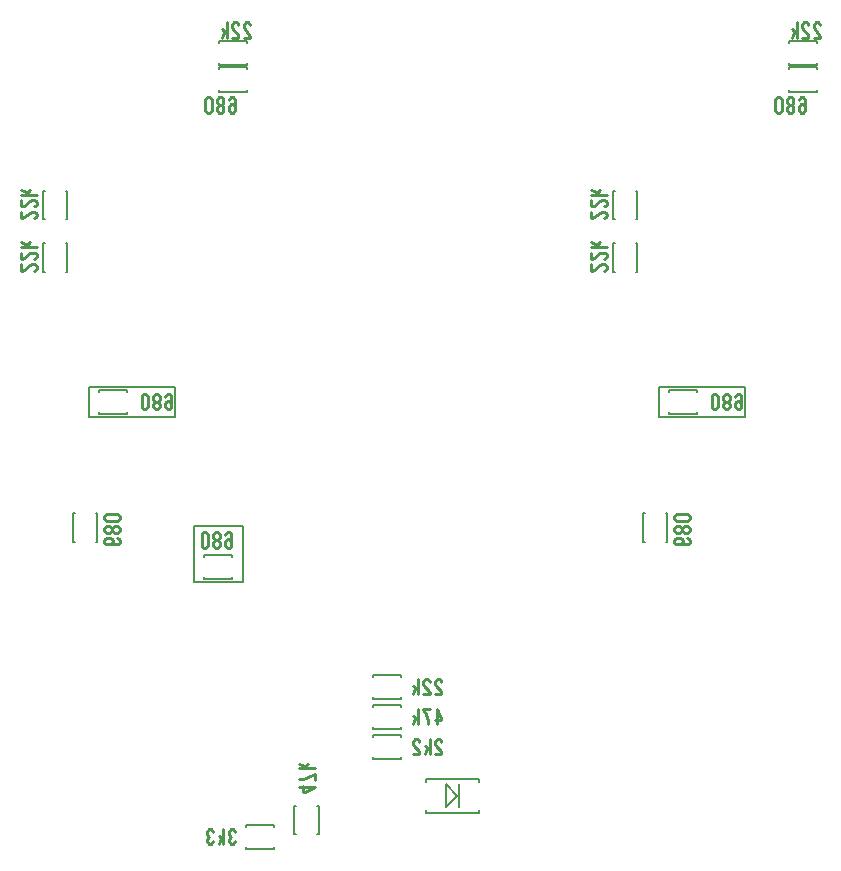
<source format=gbr>
%FSLAX34Y34*%
%MOMM*%
%LNSILK_BOTTOM*%
G71*
G01*
%ADD10C, 0.24*%
%ADD11C, 0.20*%
%LPD*%
G54D10*
X15875Y-178817D02*
X15875Y-184150D01*
X16708Y-184150D01*
X18375Y-183483D01*
X23375Y-179483D01*
X25042Y-178817D01*
X26708Y-178817D01*
X28375Y-179483D01*
X29208Y-180817D01*
X29208Y-182150D01*
X28375Y-183483D01*
X26708Y-184150D01*
G54D10*
X15875Y-168817D02*
X15875Y-174150D01*
X16708Y-174150D01*
X18375Y-173483D01*
X23375Y-169483D01*
X25042Y-168817D01*
X26708Y-168817D01*
X28375Y-169483D01*
X29208Y-170817D01*
X29208Y-172150D01*
X28375Y-173483D01*
X26708Y-174150D01*
G54D10*
X15875Y-164150D02*
X29208Y-164150D01*
G54D10*
X20875Y-162150D02*
X15875Y-160150D01*
G54D10*
X19208Y-164150D02*
X23375Y-160150D01*
G54D10*
X204217Y-31750D02*
X209550Y-31750D01*
X209550Y-30917D01*
X208883Y-29250D01*
X204883Y-24250D01*
X204217Y-22583D01*
X204217Y-20917D01*
X204883Y-19250D01*
X206217Y-18417D01*
X207550Y-18417D01*
X208883Y-19250D01*
X209550Y-20917D01*
G54D10*
X194217Y-31750D02*
X199550Y-31750D01*
X199550Y-30917D01*
X198883Y-29250D01*
X194883Y-24250D01*
X194217Y-22583D01*
X194217Y-20917D01*
X194883Y-19250D01*
X196217Y-18417D01*
X197550Y-18417D01*
X198883Y-19250D01*
X199550Y-20917D01*
G54D10*
X189550Y-31750D02*
X189550Y-18417D01*
G54D10*
X187550Y-26750D02*
X185550Y-31750D01*
G54D10*
X189550Y-28417D02*
X185550Y-24250D01*
G54D10*
X191517Y-84417D02*
X192183Y-82750D01*
X193517Y-81917D01*
X194850Y-81917D01*
X196183Y-82750D01*
X196850Y-84417D01*
X196850Y-88583D01*
X196850Y-89417D01*
X194850Y-87750D01*
X193517Y-87750D01*
X192183Y-88583D01*
X191517Y-90250D01*
X191517Y-92750D01*
X192183Y-94417D01*
X193517Y-95250D01*
X194850Y-95250D01*
X196183Y-94417D01*
X196850Y-92750D01*
X196850Y-88583D01*
G54D10*
X183517Y-88583D02*
X184850Y-88583D01*
X186183Y-87750D01*
X186850Y-86083D01*
X186850Y-84417D01*
X186183Y-82750D01*
X184850Y-81917D01*
X183517Y-81917D01*
X182183Y-82750D01*
X181517Y-84417D01*
X181517Y-86083D01*
X182183Y-87750D01*
X183517Y-88583D01*
X182183Y-89417D01*
X181517Y-91083D01*
X181517Y-92750D01*
X182183Y-94417D01*
X183517Y-95250D01*
X184850Y-95250D01*
X186183Y-94417D01*
X186850Y-92750D01*
X186850Y-91083D01*
X186183Y-89417D01*
X184850Y-88583D01*
G54D10*
X171517Y-84417D02*
X171517Y-92750D01*
X172183Y-94417D01*
X173517Y-95250D01*
X174850Y-95250D01*
X176183Y-94417D01*
X176850Y-92750D01*
X176850Y-84417D01*
X176183Y-82750D01*
X174850Y-81917D01*
X173517Y-81917D01*
X172183Y-82750D01*
X171517Y-84417D01*
G54D10*
X137542Y-335242D02*
X138208Y-333575D01*
X139542Y-332742D01*
X140875Y-332742D01*
X142208Y-333575D01*
X142875Y-335242D01*
X142875Y-339408D01*
X142875Y-340242D01*
X140875Y-338575D01*
X139542Y-338575D01*
X138208Y-339408D01*
X137542Y-341075D01*
X137542Y-343575D01*
X138208Y-345242D01*
X139542Y-346075D01*
X140875Y-346075D01*
X142208Y-345242D01*
X142875Y-343575D01*
X142875Y-339408D01*
G54D10*
X129542Y-339408D02*
X130875Y-339408D01*
X132208Y-338575D01*
X132875Y-336908D01*
X132875Y-335242D01*
X132208Y-333575D01*
X130875Y-332742D01*
X129542Y-332742D01*
X128208Y-333575D01*
X127542Y-335242D01*
X127542Y-336908D01*
X128208Y-338575D01*
X129542Y-339408D01*
X128208Y-340242D01*
X127542Y-341908D01*
X127542Y-343575D01*
X128208Y-345242D01*
X129542Y-346075D01*
X130875Y-346075D01*
X132208Y-345242D01*
X132875Y-343575D01*
X132875Y-341908D01*
X132208Y-340242D01*
X130875Y-339408D01*
G54D10*
X117542Y-335242D02*
X117542Y-343575D01*
X118208Y-345242D01*
X119542Y-346075D01*
X120875Y-346075D01*
X122208Y-345242D01*
X122875Y-343575D01*
X122875Y-335242D01*
X122208Y-333575D01*
X120875Y-332742D01*
X119542Y-332742D01*
X118208Y-333575D01*
X117542Y-335242D01*
G54D10*
X367475Y-612775D02*
X367475Y-599442D01*
X371475Y-607775D01*
X371475Y-609442D01*
X366142Y-609442D01*
G54D10*
X361475Y-599442D02*
X356142Y-599442D01*
X356808Y-601108D01*
X358142Y-603608D01*
X359475Y-606942D01*
X360142Y-609442D01*
X360142Y-612775D01*
G54D10*
X351475Y-612775D02*
X351475Y-599442D01*
G54D10*
X349475Y-607775D02*
X347475Y-612775D01*
G54D10*
X351475Y-609442D02*
X347475Y-605275D01*
G54D10*
X250825Y-665925D02*
X264158Y-665925D01*
X255825Y-669925D01*
X254158Y-669925D01*
X254158Y-664592D01*
G54D10*
X264158Y-659925D02*
X264158Y-654592D01*
X262492Y-655258D01*
X259992Y-656592D01*
X256658Y-657925D01*
X254158Y-658592D01*
X250825Y-658592D01*
G54D10*
X250825Y-649925D02*
X264158Y-649925D01*
G54D10*
X255825Y-647925D02*
X250825Y-645925D01*
G54D10*
X254158Y-649925D02*
X258325Y-645925D01*
G54D10*
X96558Y-455042D02*
X98225Y-455708D01*
X99058Y-457042D01*
X99058Y-458375D01*
X98225Y-459708D01*
X96558Y-460375D01*
X92392Y-460375D01*
X91558Y-460375D01*
X93225Y-458375D01*
X93225Y-457042D01*
X92392Y-455708D01*
X90725Y-455042D01*
X88225Y-455042D01*
X86558Y-455708D01*
X85725Y-457042D01*
X85725Y-458375D01*
X86558Y-459708D01*
X88225Y-460375D01*
X92392Y-460375D01*
G54D10*
X92392Y-447042D02*
X92392Y-448375D01*
X93225Y-449708D01*
X94892Y-450375D01*
X96558Y-450375D01*
X98225Y-449708D01*
X99058Y-448375D01*
X99058Y-447042D01*
X98225Y-445708D01*
X96558Y-445042D01*
X94892Y-445042D01*
X93225Y-445708D01*
X92392Y-447042D01*
X91558Y-445708D01*
X89892Y-445042D01*
X88225Y-445042D01*
X86558Y-445708D01*
X85725Y-447042D01*
X85725Y-448375D01*
X86558Y-449708D01*
X88225Y-450375D01*
X89892Y-450375D01*
X91558Y-449708D01*
X92392Y-448375D01*
G54D10*
X96558Y-435042D02*
X88225Y-435042D01*
X86558Y-435708D01*
X85725Y-437042D01*
X85725Y-438375D01*
X86558Y-439708D01*
X88225Y-440375D01*
X96558Y-440375D01*
X98225Y-439708D01*
X99058Y-438375D01*
X99058Y-437042D01*
X98225Y-435708D01*
X96558Y-435042D01*
G54D10*
X196850Y-703542D02*
X196183Y-701875D01*
X194850Y-701042D01*
X193517Y-701042D01*
X192183Y-701875D01*
X191517Y-703542D01*
X191517Y-705208D01*
X192183Y-706875D01*
X193517Y-707708D01*
X192183Y-708542D01*
X191517Y-710208D01*
X191517Y-711875D01*
X192183Y-713542D01*
X193517Y-714375D01*
X194850Y-714375D01*
X196183Y-713542D01*
X196850Y-711875D01*
G54D10*
X186850Y-714375D02*
X186850Y-701042D01*
G54D10*
X184850Y-709375D02*
X182850Y-714375D01*
G54D10*
X186850Y-711042D02*
X182850Y-706875D01*
G54D10*
X178183Y-703542D02*
X177516Y-701875D01*
X176183Y-701042D01*
X174850Y-701042D01*
X173516Y-701875D01*
X172850Y-703542D01*
X172850Y-705208D01*
X173516Y-706875D01*
X174850Y-707708D01*
X173516Y-708542D01*
X172850Y-710208D01*
X172850Y-711875D01*
X173516Y-713542D01*
X174850Y-714375D01*
X176183Y-714375D01*
X177516Y-713542D01*
X178183Y-711875D01*
G54D10*
X366142Y-638175D02*
X371475Y-638175D01*
X371475Y-637342D01*
X370808Y-635675D01*
X366808Y-630675D01*
X366142Y-629008D01*
X366142Y-627342D01*
X366808Y-625675D01*
X368142Y-624842D01*
X369475Y-624842D01*
X370808Y-625675D01*
X371475Y-627342D01*
G54D10*
X361475Y-638175D02*
X361475Y-624842D01*
G54D10*
X359475Y-633175D02*
X357475Y-638175D01*
G54D10*
X361475Y-634842D02*
X357475Y-630675D01*
G54D10*
X347475Y-638175D02*
X352808Y-638175D01*
X352808Y-637342D01*
X352141Y-635675D01*
X348141Y-630675D01*
X347475Y-629008D01*
X347475Y-627342D01*
X348141Y-625675D01*
X349475Y-624842D01*
X350808Y-624842D01*
X352141Y-625675D01*
X352808Y-627342D01*
G54D10*
X366142Y-587375D02*
X371475Y-587375D01*
X371475Y-586542D01*
X370808Y-584875D01*
X366808Y-579875D01*
X366142Y-578208D01*
X366142Y-576542D01*
X366808Y-574875D01*
X368142Y-574042D01*
X369475Y-574042D01*
X370808Y-574875D01*
X371475Y-576542D01*
G54D10*
X356142Y-587375D02*
X361475Y-587375D01*
X361475Y-586542D01*
X360808Y-584875D01*
X356808Y-579875D01*
X356142Y-578208D01*
X356142Y-576542D01*
X356808Y-574875D01*
X358142Y-574042D01*
X359475Y-574042D01*
X360808Y-574875D01*
X361475Y-576542D01*
G54D10*
X351475Y-587375D02*
X351475Y-574042D01*
G54D10*
X349475Y-582375D02*
X347475Y-587375D01*
G54D10*
X351475Y-584042D02*
X347475Y-579875D01*
G54D10*
X188342Y-452717D02*
X189008Y-451050D01*
X190342Y-450217D01*
X191675Y-450217D01*
X193008Y-451050D01*
X193675Y-452717D01*
X193675Y-456883D01*
X193675Y-457717D01*
X191675Y-456050D01*
X190342Y-456050D01*
X189008Y-456883D01*
X188342Y-458550D01*
X188342Y-461050D01*
X189008Y-462717D01*
X190342Y-463550D01*
X191675Y-463550D01*
X193008Y-462717D01*
X193675Y-461050D01*
X193675Y-456883D01*
G54D10*
X180342Y-456883D02*
X181675Y-456883D01*
X183008Y-456050D01*
X183675Y-454383D01*
X183675Y-452717D01*
X183008Y-451050D01*
X181675Y-450217D01*
X180342Y-450217D01*
X179008Y-451050D01*
X178342Y-452717D01*
X178342Y-454383D01*
X179008Y-456050D01*
X180342Y-456883D01*
X179008Y-457717D01*
X178342Y-459383D01*
X178342Y-461050D01*
X179008Y-462717D01*
X180342Y-463550D01*
X181675Y-463550D01*
X183008Y-462717D01*
X183675Y-461050D01*
X183675Y-459383D01*
X183008Y-457717D01*
X181675Y-456883D01*
G54D10*
X168342Y-452717D02*
X168342Y-461050D01*
X169008Y-462717D01*
X170342Y-463550D01*
X171675Y-463550D01*
X173008Y-462717D01*
X173675Y-461050D01*
X173675Y-452717D01*
X173008Y-451050D01*
X171675Y-450217D01*
X170342Y-450217D01*
X169008Y-451050D01*
X168342Y-452717D01*
G54D10*
X498475Y-178817D02*
X498475Y-184150D01*
X499308Y-184150D01*
X500975Y-183483D01*
X505975Y-179483D01*
X507642Y-178817D01*
X509308Y-178817D01*
X510975Y-179483D01*
X511808Y-180817D01*
X511808Y-182150D01*
X510975Y-183483D01*
X509308Y-184150D01*
G54D10*
X498475Y-168817D02*
X498475Y-174150D01*
X499308Y-174150D01*
X500975Y-173483D01*
X505975Y-169483D01*
X507642Y-168817D01*
X509308Y-168817D01*
X510975Y-169483D01*
X511808Y-170817D01*
X511808Y-172150D01*
X510975Y-173483D01*
X509308Y-174150D01*
G54D10*
X498475Y-164150D02*
X511808Y-164150D01*
G54D10*
X503475Y-162150D02*
X498475Y-160150D01*
G54D10*
X501808Y-164150D02*
X505975Y-160150D01*
G54D10*
X686817Y-31750D02*
X692150Y-31750D01*
X692150Y-30917D01*
X691483Y-29250D01*
X687483Y-24250D01*
X686817Y-22583D01*
X686817Y-20917D01*
X687483Y-19250D01*
X688817Y-18417D01*
X690150Y-18417D01*
X691483Y-19250D01*
X692150Y-20917D01*
G54D10*
X676817Y-31750D02*
X682150Y-31750D01*
X682150Y-30917D01*
X681483Y-29250D01*
X677483Y-24250D01*
X676817Y-22583D01*
X676817Y-20917D01*
X677483Y-19250D01*
X678817Y-18417D01*
X680150Y-18417D01*
X681483Y-19250D01*
X682150Y-20917D01*
G54D10*
X672150Y-31750D02*
X672150Y-18417D01*
G54D10*
X670150Y-26750D02*
X668150Y-31750D01*
G54D10*
X672150Y-28417D02*
X668150Y-24250D01*
G54D10*
X674117Y-84417D02*
X674783Y-82750D01*
X676117Y-81917D01*
X677450Y-81917D01*
X678783Y-82750D01*
X679450Y-84417D01*
X679450Y-88583D01*
X679450Y-89417D01*
X677450Y-87750D01*
X676117Y-87750D01*
X674783Y-88583D01*
X674117Y-90250D01*
X674117Y-92750D01*
X674783Y-94417D01*
X676117Y-95250D01*
X677450Y-95250D01*
X678783Y-94417D01*
X679450Y-92750D01*
X679450Y-88583D01*
G54D10*
X666117Y-88583D02*
X667450Y-88583D01*
X668783Y-87750D01*
X669450Y-86083D01*
X669450Y-84417D01*
X668783Y-82750D01*
X667450Y-81917D01*
X666117Y-81917D01*
X664783Y-82750D01*
X664117Y-84417D01*
X664117Y-86083D01*
X664783Y-87750D01*
X666117Y-88583D01*
X664783Y-89417D01*
X664117Y-91083D01*
X664117Y-92750D01*
X664783Y-94417D01*
X666117Y-95250D01*
X667450Y-95250D01*
X668783Y-94417D01*
X669450Y-92750D01*
X669450Y-91083D01*
X668783Y-89417D01*
X667450Y-88583D01*
G54D10*
X654117Y-84417D02*
X654117Y-92750D01*
X654783Y-94417D01*
X656117Y-95250D01*
X657450Y-95250D01*
X658783Y-94417D01*
X659450Y-92750D01*
X659450Y-84417D01*
X658783Y-82750D01*
X657450Y-81917D01*
X656117Y-81917D01*
X654783Y-82750D01*
X654117Y-84417D01*
G54D10*
X620142Y-335242D02*
X620808Y-333575D01*
X622142Y-332742D01*
X623475Y-332742D01*
X624808Y-333575D01*
X625475Y-335242D01*
X625475Y-339408D01*
X625475Y-340242D01*
X623475Y-338575D01*
X622142Y-338575D01*
X620808Y-339408D01*
X620142Y-341075D01*
X620142Y-343575D01*
X620808Y-345242D01*
X622142Y-346075D01*
X623475Y-346075D01*
X624808Y-345242D01*
X625475Y-343575D01*
X625475Y-339408D01*
G54D10*
X612142Y-339408D02*
X613475Y-339408D01*
X614808Y-338575D01*
X615475Y-336908D01*
X615475Y-335242D01*
X614808Y-333575D01*
X613475Y-332742D01*
X612142Y-332742D01*
X610808Y-333575D01*
X610142Y-335242D01*
X610142Y-336908D01*
X610808Y-338575D01*
X612142Y-339408D01*
X610808Y-340242D01*
X610142Y-341908D01*
X610142Y-343575D01*
X610808Y-345242D01*
X612142Y-346075D01*
X613475Y-346075D01*
X614808Y-345242D01*
X615475Y-343575D01*
X615475Y-341908D01*
X614808Y-340242D01*
X613475Y-339408D01*
G54D10*
X600142Y-335242D02*
X600142Y-343575D01*
X600808Y-345242D01*
X602142Y-346075D01*
X603475Y-346075D01*
X604808Y-345242D01*
X605475Y-343575D01*
X605475Y-335242D01*
X604808Y-333575D01*
X603475Y-332742D01*
X602142Y-332742D01*
X600808Y-333575D01*
X600142Y-335242D01*
G54D10*
X579158Y-455042D02*
X580825Y-455708D01*
X581658Y-457042D01*
X581658Y-458375D01*
X580825Y-459708D01*
X579158Y-460375D01*
X574992Y-460375D01*
X574158Y-460375D01*
X575825Y-458375D01*
X575825Y-457042D01*
X574992Y-455708D01*
X573325Y-455042D01*
X570825Y-455042D01*
X569158Y-455708D01*
X568325Y-457042D01*
X568325Y-458375D01*
X569158Y-459708D01*
X570825Y-460375D01*
X574992Y-460375D01*
G54D10*
X574992Y-447042D02*
X574992Y-448375D01*
X575825Y-449708D01*
X577492Y-450375D01*
X579158Y-450375D01*
X580825Y-449708D01*
X581658Y-448375D01*
X581658Y-447042D01*
X580825Y-445708D01*
X579158Y-445042D01*
X577492Y-445042D01*
X575825Y-445708D01*
X574992Y-447042D01*
X574158Y-445708D01*
X572492Y-445042D01*
X570825Y-445042D01*
X569158Y-445708D01*
X568325Y-447042D01*
X568325Y-448375D01*
X569158Y-449708D01*
X570825Y-450375D01*
X572492Y-450375D01*
X574158Y-449708D01*
X574992Y-448375D01*
G54D10*
X579158Y-435042D02*
X570825Y-435042D01*
X569158Y-435708D01*
X568325Y-437042D01*
X568325Y-438375D01*
X569158Y-439708D01*
X570825Y-440375D01*
X579158Y-440375D01*
X580825Y-439708D01*
X581658Y-438375D01*
X581658Y-437042D01*
X580825Y-435708D01*
X579158Y-435042D01*
G54D11*
X35719Y-184944D02*
X34131Y-184944D01*
X34131Y-161131D01*
X35719Y-161131D01*
G54D11*
X53181Y-184944D02*
X54769Y-184944D01*
X54769Y-161131D01*
X53181Y-161131D01*
G54D11*
X183356Y-35719D02*
X183356Y-34131D01*
X207169Y-34131D01*
X207169Y-35719D01*
G54D11*
X183356Y-53181D02*
X183356Y-54769D01*
X207169Y-54769D01*
X207169Y-53181D01*
G54D11*
X183356Y-57944D02*
X183356Y-56356D01*
X207169Y-56356D01*
X207169Y-57944D01*
G54D11*
X183356Y-75406D02*
X183356Y-76994D01*
X207169Y-76994D01*
X207169Y-75406D01*
G54D11*
X81756Y-330994D02*
X81756Y-329406D01*
X105569Y-329406D01*
X105569Y-330994D01*
G54D11*
X81756Y-348456D02*
X81756Y-350044D01*
X105569Y-350044D01*
X105569Y-348456D01*
G54D11*
X170656Y-470694D02*
X170656Y-469106D01*
X194469Y-469106D01*
X194469Y-470694D01*
G54D11*
X170656Y-488156D02*
X170656Y-489744D01*
X194469Y-489744D01*
X194469Y-488156D01*
G54D11*
X61119Y-457994D02*
X59531Y-457994D01*
X59531Y-434181D01*
X61119Y-434181D01*
G54D11*
X78581Y-457994D02*
X80169Y-457994D01*
X80169Y-434181D01*
X78581Y-434181D01*
G54D11*
X248444Y-705644D02*
X246856Y-705644D01*
X246856Y-681831D01*
X248444Y-681831D01*
G54D11*
X265906Y-705644D02*
X267494Y-705644D01*
X267494Y-681831D01*
X265906Y-681831D01*
G54D11*
X313531Y-572294D02*
X313531Y-570706D01*
X337344Y-570706D01*
X337344Y-572294D01*
G54D11*
X313531Y-589756D02*
X313531Y-591344D01*
X337344Y-591344D01*
X337344Y-589756D01*
G54D11*
X313531Y-597694D02*
X313531Y-596106D01*
X337344Y-596106D01*
X337344Y-597694D01*
G54D11*
X313531Y-615156D02*
X313531Y-616744D01*
X337344Y-616744D01*
X337344Y-615156D01*
G54D11*
X313531Y-623094D02*
X313531Y-621506D01*
X337344Y-621506D01*
X337344Y-623094D01*
G54D11*
X313531Y-640556D02*
X313531Y-642144D01*
X337344Y-642144D01*
X337344Y-640556D01*
G54D11*
X205581Y-699294D02*
X205581Y-697706D01*
X229394Y-697706D01*
X229394Y-699294D01*
G54D11*
X205581Y-716756D02*
X205581Y-718344D01*
X229394Y-718344D01*
X229394Y-716756D01*
G54D11*
X564356Y-330994D02*
X564356Y-329406D01*
X588169Y-329406D01*
X588169Y-330994D01*
G54D11*
X564356Y-348456D02*
X564356Y-350044D01*
X588169Y-350044D01*
X588169Y-348456D01*
G54D11*
X665956Y-35719D02*
X665956Y-34131D01*
X689769Y-34131D01*
X689769Y-35719D01*
G54D11*
X665956Y-53181D02*
X665956Y-54769D01*
X689769Y-54769D01*
X689769Y-53181D01*
G54D11*
X665956Y-57944D02*
X665956Y-56356D01*
X689769Y-56356D01*
X689769Y-57944D01*
G54D11*
X665956Y-75406D02*
X665956Y-76994D01*
X689769Y-76994D01*
X689769Y-75406D01*
G54D11*
X518319Y-184944D02*
X516731Y-184944D01*
X516731Y-161131D01*
X518319Y-161131D01*
G54D11*
X535781Y-184944D02*
X537369Y-184944D01*
X537369Y-161131D01*
X535781Y-161131D01*
G54D11*
X543719Y-457994D02*
X542131Y-457994D01*
X542131Y-434181D01*
X543719Y-434181D01*
G54D11*
X561181Y-457994D02*
X562769Y-457994D01*
X562769Y-434181D01*
X561181Y-434181D01*
G54D11*
X358775Y-661194D02*
X358775Y-658812D01*
X403225Y-658812D01*
X403225Y-661194D01*
G54D11*
X358775Y-685006D02*
X358775Y-687388D01*
X403225Y-687388D01*
X403225Y-685006D01*
G54D11*
X386556Y-682625D02*
X386556Y-663575D01*
G54D11*
X384969Y-673100D02*
X375444Y-663575D01*
X375444Y-682625D01*
X384969Y-673100D01*
G54D11*
X73025Y-327025D02*
X146050Y-327025D01*
X146050Y-352425D01*
X73025Y-352425D01*
X73025Y-327025D01*
G54D11*
X161925Y-444500D02*
X203200Y-444500D01*
X203200Y-492125D01*
X161925Y-492125D01*
X161925Y-444500D01*
G54D11*
X555625Y-327025D02*
X628650Y-327025D01*
X628650Y-352425D01*
X555625Y-352425D01*
X555625Y-327025D01*
G54D11*
X35719Y-229394D02*
X34131Y-229394D01*
X34131Y-205581D01*
X35719Y-205581D01*
G54D11*
X53181Y-229394D02*
X54769Y-229394D01*
X54769Y-205581D01*
X53181Y-205581D01*
G54D10*
X15875Y-223267D02*
X15875Y-228600D01*
X16708Y-228600D01*
X18375Y-227933D01*
X23375Y-223933D01*
X25042Y-223267D01*
X26708Y-223267D01*
X28375Y-223933D01*
X29208Y-225267D01*
X29208Y-226600D01*
X28375Y-227933D01*
X26708Y-228600D01*
G54D10*
X15875Y-213267D02*
X15875Y-218600D01*
X16708Y-218600D01*
X18375Y-217933D01*
X23375Y-213933D01*
X25042Y-213267D01*
X26708Y-213267D01*
X28375Y-213933D01*
X29208Y-215267D01*
X29208Y-216600D01*
X28375Y-217933D01*
X26708Y-218600D01*
G54D10*
X15875Y-208600D02*
X29208Y-208600D01*
G54D10*
X20875Y-206600D02*
X15875Y-204600D01*
G54D10*
X19208Y-208600D02*
X23375Y-204600D01*
G54D11*
X518319Y-229394D02*
X516731Y-229394D01*
X516731Y-205581D01*
X518319Y-205581D01*
G54D11*
X535781Y-229394D02*
X537369Y-229394D01*
X537369Y-205581D01*
X535781Y-205581D01*
G54D10*
X498475Y-223267D02*
X498475Y-228600D01*
X499308Y-228600D01*
X500975Y-227933D01*
X505975Y-223933D01*
X507642Y-223267D01*
X509308Y-223267D01*
X510975Y-223933D01*
X511808Y-225267D01*
X511808Y-226600D01*
X510975Y-227933D01*
X509308Y-228600D01*
G54D10*
X498475Y-213267D02*
X498475Y-218600D01*
X499308Y-218600D01*
X500975Y-217933D01*
X505975Y-213933D01*
X507642Y-213267D01*
X509308Y-213267D01*
X510975Y-213933D01*
X511808Y-215267D01*
X511808Y-216600D01*
X510975Y-217933D01*
X509308Y-218600D01*
G54D10*
X498475Y-208600D02*
X511808Y-208600D01*
G54D10*
X503475Y-206600D02*
X498475Y-204600D01*
G54D10*
X501808Y-208600D02*
X505975Y-204600D01*
M02*

</source>
